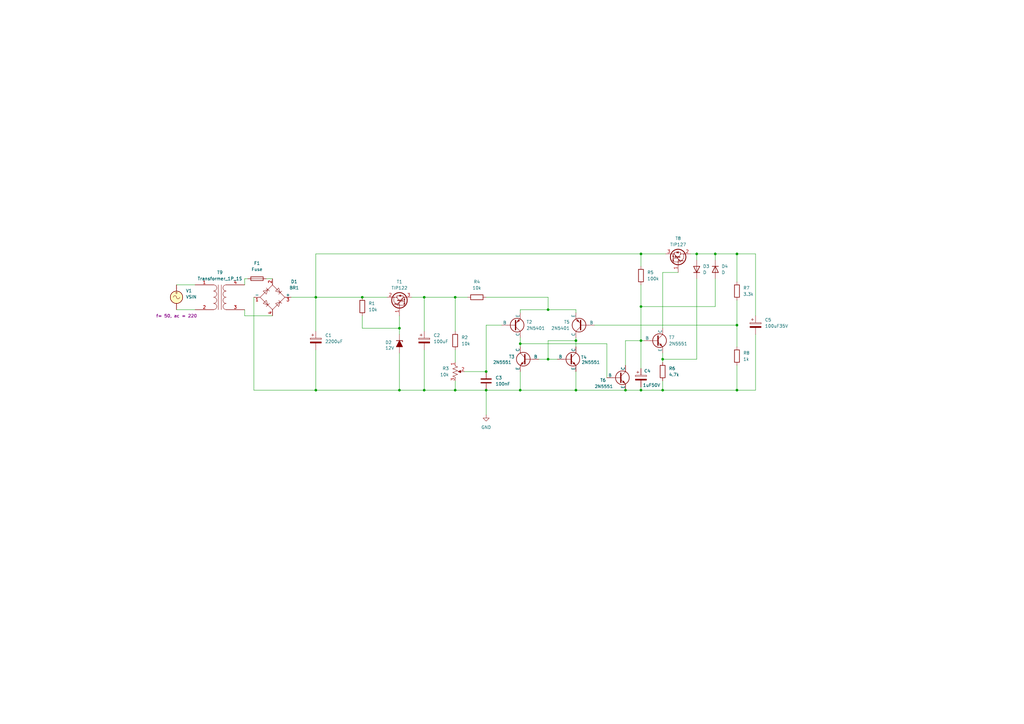
<source format=kicad_sch>
(kicad_sch (version 20231120) (generator "eeschema") (generator_version "8.0")
  (paper "A3")
  (lib_symbols
    (symbol "Device:C" (pin_numbers hide) (pin_names (offset 0.254))
      (property "Reference" "C" (at 0.635 2.54 0))
      (property "Value" "C" (at 0.635 -2.54 0))
      (symbol "C_0_1"
        (polyline (pts (xy -2.032 -0.762) (xy 2.032 -0.762)) (stroke (width 0.508)))
        (polyline (pts (xy -2.032 0.762) (xy 2.032 0.762)) (stroke (width 0.508)))
      )
      (symbol "C_1_1"
        (pin passive line (at 0 3.81 270) (length 2.794) (name "~") (number "1"))
        (pin passive line (at 0 -3.81 90) (length 2.794) (name "~") (number "2"))
      )
    )
    (symbol "Device:C_Polarized" (pin_numbers hide) (pin_names (offset 0.254))
      (property "Reference" "C" (at 0.635 2.54 0))
      (property "Value" "C_Polarized" (at 0.635 -2.54 0))
      (symbol "C_Polarized_0_1"
        (rectangle (start -2.286 0.508) (end 2.286 1.016))
        (polyline (pts (xy -1.778 2.286) (xy -0.762 2.286)))
        (polyline (pts (xy -1.27 2.794) (xy -1.27 1.778)))
        (rectangle (start 2.286 -0.508) (end -2.286 -1.016) (fill (type outline)))
      )
      (symbol "C_Polarized_1_1"
        (pin passive line (at 0 3.81 270) (length 2.794) (name "~") (number "1"))
        (pin passive line (at 0 -3.81 90) (length 2.794) (name "~") (number "2"))
      )
    )
    (symbol "Device:D" (pin_numbers hide) (pin_names (offset 1.016) hide)
      (property "Reference" "D" (at 0 2.54 0))
      (property "Value" "D" (at 0 -2.54 0))
      (symbol "D_0_1"
        (polyline (pts (xy -1.27 1.27) (xy -1.27 -1.27)) (stroke (width 0.254)))
        (polyline (pts (xy 1.27 0) (xy -1.27 0)))
        (polyline (pts (xy 1.27 1.27) (xy 1.27 -1.27) (xy -1.27 0) (xy 1.27 1.27)) (stroke (width 0.254)))
      )
      (symbol "D_1_1"
        (pin passive line (at -3.81 0 0) (length 2.54) (name "K") (number "1"))
        (pin passive line (at 3.81 0 180) (length 2.54) (name "A") (number "2"))
      )
    )
    (symbol "Device:D_Zener_Filled" (pin_numbers hide) (pin_names (offset 1.016) hide)
      (property "Reference" "D" (at 0 2.54 0))
      (property "Value" "D_Zener_Filled" (at 0 -2.54 0))
      (symbol "D_Zener_Filled_0_1"
        (polyline (pts (xy 1.27 0) (xy -1.27 0)))
        (polyline (pts (xy -1.27 -1.27) (xy -1.27 1.27) (xy -0.762 1.27)) (stroke (width 0.254)))
        (polyline (pts (xy 1.27 -1.27) (xy 1.27 1.27) (xy -1.27 0) (xy 1.27 -1.27)) (stroke (width 0.254)) (fill (type outline)))
      )
      (symbol "D_Zener_Filled_1_1"
        (pin passive line (at -3.81 0 0) (length 2.54) (name "K") (number "1"))
        (pin passive line (at 3.81 0 180) (length 2.54) (name "A") (number "2"))
      )
    )
    (symbol "Device:Fuse" (pin_numbers hide) (pin_names (offset 0))
      (property "Reference" "F" (at 2.032 0 90))
      (property "Value" "Fuse" (at -1.905 0 90))
      (symbol "Fuse_0_1"
        (rectangle (start -0.762 -2.54) (end 0.762 2.54) (stroke (width 0.254)))
        (polyline (pts (xy 0 2.54) (xy 0 -2.54)))
      )
      (symbol "Fuse_1_1"
        (pin passive line (at 0 3.81 270) (length 1.27) (name "~") (number "1"))
        (pin passive line (at 0 -3.81 90) (length 1.27) (name "~") (number "2"))
      )
    )
    (symbol "Device:R" (pin_numbers hide) (pin_names (offset 0))
      (property "Reference" "R" (at 2.032 0 90))
      (property "Value" "R" (at 0 0 90))
      (symbol "R_0_1"
        (rectangle (start -1.016 -2.54) (end 1.016 2.54) (stroke (width 0.254)))
      )
      (symbol "R_1_1"
        (pin passive line (at 0 3.81 270) (length 1.27) (name "~") (number "1"))
        (pin passive line (at 0 -3.81 90) (length 1.27) (name "~") (number "2"))
      )
    )
    (symbol "Device:R_Potentiometer_US" (pin_names (offset 1.016) hide)
      (property "Reference" "RV" (at -4.445 0 90))
      (property "Value" "R_Potentiometer_US" (at -2.54 0 90))
      (symbol "R_Potentiometer_US_0_1"
        (polyline (pts (xy 0 -2.286) (xy 0 -2.54)))
        (polyline (pts (xy 0 2.54) (xy 0 2.286)))
        (polyline (pts (xy 2.54 0) (xy 1.524 0)))
        (polyline (pts (xy 1.143 0) (xy 2.286 0.508) (xy 2.286 -0.508) (xy 1.143 0)) (fill (type outline)))
        (polyline (pts (xy 0 -0.762) (xy 1.016 -1.143) (xy 0 -1.524) (xy -1.016 -1.905) (xy 0 -2.286)))
        (polyline (pts (xy 0 0.762) (xy 1.016 0.381) (xy 0 0) (xy -1.016 -0.381) (xy 0 -0.762)))
        (polyline (pts (xy 0 2.286) (xy 1.016 1.905) (xy 0 1.524) (xy -1.016 1.143) (xy 0 0.762)))
      )
      (symbol "R_Potentiometer_US_1_1"
        (pin passive line (at 0 3.81 270) (length 1.27) (name "1") (number "1"))
        (pin passive line (at 3.81 0 180) (length 1.27) (name "2") (number "2"))
        (pin passive line (at 0 -3.81 90) (length 1.27) (name "3") (number "3"))
      )
    )
    (symbol "Device:Transformer_1P_1S" (pin_names (offset 1.016) hide)
      (property "Reference" "T" (at 0 6.35 0))
      (property "Value" "Transformer_1P_1S" (at 0 -7.62 0))
      (symbol "Transformer_1P_1S_0_1"
        (arc (start -2.54 -5.0546) (mid -1.6599 -4.6901) (end -1.27 -3.81))
        (arc (start -2.54 -2.5146) (mid -1.6599 -2.1501) (end -1.27 -1.27))
        (arc (start -2.54 0.0254) (mid -1.6599 0.3899) (end -1.27 1.27))
        (arc (start -2.54 2.5654) (mid -1.6599 2.9299) (end -1.27 3.81))
        (arc (start -1.27 -3.81) (mid -1.642 -2.912) (end -2.54 -2.54))
        (arc (start -1.27 -1.27) (mid -1.642 -0.372) (end -2.54 0))
        (arc (start -1.27 1.27) (mid -1.642 2.168) (end -2.54 2.54))
        (arc (start -1.27 3.81) (mid -1.642 4.708) (end -2.54 5.08))
        (polyline (pts (xy -0.635 5.08) (xy -0.635 -5.08)))
        (polyline (pts (xy 0.635 -5.08) (xy 0.635 5.08)))
        (arc (start 1.2954 -1.27) (mid 1.6599 -2.1501) (end 2.54 -2.5146))
        (arc (start 1.2954 1.27) (mid 1.6599 0.3899) (end 2.54 0.0254))
        (arc (start 1.2954 3.81) (mid 1.6599 2.9299) (end 2.54 2.5654))
        (arc (start 1.3208 -3.81) (mid 1.6853 -4.6901) (end 2.5654 -5.0546))
        (arc (start 2.54 0) (mid 1.642 -0.372) (end 1.2954 -1.27))
        (arc (start 2.54 2.54) (mid 1.642 2.168) (end 1.2954 1.27))
        (arc (start 2.54 5.08) (mid 1.642 4.708) (end 1.2954 3.81))
        (arc (start 2.5654 -2.54) (mid 1.6674 -2.912) (end 1.3208 -3.81))
      )
      (symbol "Transformer_1P_1S_1_1"
        (pin passive line (at -10.16 5.08 0) (length 7.62) (name "AA") (number "1"))
        (pin passive line (at -10.16 -5.08 0) (length 7.62) (name "AB") (number "2"))
        (pin passive line (at 10.16 -5.08 180) (length 7.62) (name "SA") (number "3"))
        (pin passive line (at 10.16 5.08 180) (length 7.62) (name "SB") (number "4"))
      )
    )
    (symbol "Diode_Bridge:B40C2300-1500B" (pin_names (offset 0))
      (property "Reference" "D" (at 2.54 6.985 0))
      (property "Value" "B40C2300-1500B" (at 2.54 5.08 0))
      (symbol "B40C2300-1500B_0_1"
        (polyline (pts (xy -2.54 3.81) (xy -1.27 2.54)))
        (polyline (pts (xy -1.27 -2.54) (xy -2.54 -3.81)))
        (polyline (pts (xy 2.54 -1.27) (xy 3.81 -2.54)))
        (polyline (pts (xy 2.54 1.27) (xy 3.81 2.54)))
        (polyline (pts (xy -3.81 2.54) (xy -2.54 1.27) (xy -1.905 3.175) (xy -3.81 2.54)))
        (polyline (pts (xy -2.54 -1.27) (xy -3.81 -2.54) (xy -1.905 -3.175) (xy -2.54 -1.27)))
        (polyline (pts (xy 1.27 2.54) (xy 2.54 3.81) (xy 3.175 1.905) (xy 1.27 2.54)))
        (polyline (pts (xy 3.175 -1.905) (xy 1.27 -2.54) (xy 2.54 -3.81) (xy 3.175 -1.905)))
        (polyline (pts (xy -5.08 0) (xy 0 -5.08) (xy 5.08 0) (xy 0 5.08) (xy -5.08 0)))
      )
      (symbol "B40C2300-1500B_1_1"
        (pin passive line (at -7.62 0 0) (length 2.54) (name "-") (number "1"))
        (pin passive line (at 0 7.62 270) (length 2.54) (name "~") (number "2"))
        (pin passive line (at 7.62 0 180) (length 2.54) (name "+") (number "3"))
        (pin passive line (at 0 -7.62 90) (length 2.54) (name "~") (number "4"))
      )
    )
    (symbol "Simulation_SPICE:NPN" (pin_numbers hide) (pin_names (offset 0))
      (property "Reference" "Q" (at -2.54 7.62 0))
      (property "Value" "NPN" (at -2.54 5.08 0))
      (symbol "NPN_0_1"
        (polyline (pts (xy -2.54 0) (xy 0.635 0)) (stroke (width 0.1524)))
        (polyline (pts (xy 0.635 0.635) (xy 2.54 2.54)))
        (polyline (pts (xy 2.794 -1.27) (xy 2.794 -1.27)) (stroke (width 0.1524)))
        (polyline (pts (xy 2.794 -1.27) (xy 2.794 -1.27)) (stroke (width 0.1524)))
        (polyline (pts (xy 0.635 -0.635) (xy 2.54 -2.54) (xy 2.54 -2.54)))
        (polyline (pts (xy 0.635 1.905) (xy 0.635 -1.905) (xy 0.635 -1.905)) (stroke (width 0.508)))
        (polyline (pts (xy 1.27 -1.778) (xy 1.778 -1.27) (xy 2.286 -2.286) (xy 1.27 -1.778) (xy 1.27 -1.778)) (fill (type outline)))
        (circle (center 1.27 0) (radius 2.8194) (stroke (width 0.254)))
      )
      (symbol "NPN_1_1"
        (pin open_collector line (at 2.54 5.08 270) (length 2.54) (name "C") (number "1"))
        (pin input line (at -5.08 0 0) (length 2.54) (name "B") (number "2"))
        (pin open_emitter line (at 2.54 -5.08 90) (length 2.54) (name "E") (number "3"))
      )
    )
    (symbol "Simulation_SPICE:PNP" (pin_numbers hide) (pin_names (offset 0))
      (property "Reference" "Q" (at -2.54 7.62 0))
      (property "Value" "PNP" (at -2.54 5.08 0))
      (symbol "PNP_0_1"
        (polyline (pts (xy -2.54 0) (xy 0.635 0)) (stroke (width 0.1524)))
        (polyline (pts (xy 0.635 0.635) (xy 2.54 2.54)))
        (polyline (pts (xy 0.635 -0.635) (xy 2.54 -2.54) (xy 2.54 -2.54)))
        (polyline (pts (xy 0.635 1.905) (xy 0.635 -1.905) (xy 0.635 -1.905)) (stroke (width 0.508)))
        (polyline (pts (xy 2.286 -1.778) (xy 1.778 -2.286) (xy 1.27 -1.27) (xy 2.286 -1.778) (xy 2.286 -1.778)) (fill (type outline)))
        (circle (center 1.27 0) (radius 2.8194) (stroke (width 0.254)))
      )
      (symbol "PNP_1_1"
        (pin open_collector line (at 2.54 5.08 270) (length 2.54) (name "C") (number "1"))
        (pin input line (at -5.08 0 0) (length 2.54) (name "B") (number "2"))
        (pin open_emitter line (at 2.54 -5.08 90) (length 2.54) (name "E") (number "3"))
      )
    )
    (symbol "Simulation_SPICE:VSIN" (pin_numbers hide) (pin_names (offset 0.0254))
      (property "Reference" "V" (at 2.54 2.54 0))
      (property "Value" "VSIN" (at 2.54 0 0))
      (property "Sim.Params" "dc=0 ampl=1 f=1k ac=1" (at 2.54 -2.54 0))
      (symbol "VSIN_0_0"
        (arc (start 0 0) (mid -0.635 0.6323) (end -1.27 0))
        (arc (start 0 0) (mid 0.635 -0.6323) (end 1.27 0))
        (text "+" (at 0 1.905 0) (effects (font (size 1.27 1.27))))
      )
      (symbol "VSIN_0_1"
        (circle (center 0 0) (radius 2.54) (stroke (width 0.254)) (fill (type background)))
      )
      (symbol "VSIN_1_1"
        (pin passive line (at 0 5.08 270) (length 2.54) (name "~") (number "1"))
        (pin passive line (at 0 -5.08 90) (length 2.54) (name "~") (number "2"))
      )
    )
    (symbol "Transistor_BJT:TIP122" (pin_names (offset 0) hide)
      (property "Reference" "Q" (at 5.08 1.905 0))
      (property "Value" "TIP122" (at 5.08 0 0))
      (symbol "TIP122_0_1"
        (circle (center -0.762 0) (radius 0.127))
        (polyline (pts (xy -1.27 0) (xy -0.889 0)))
        (polyline (pts (xy 2.54 -2.032) (xy 2.54 -2.54)))
        (polyline (pts (xy 2.54 -1.524) (xy 3.175 -1.524)))
        (polyline (pts (xy 2.794 0.127) (xy 3.556 0.127)))
        (polyline (pts (xy 3.175 -0.635) (xy 3.175 -1.524)))
        (polyline (pts (xy 3.175 1.016) (xy 2.54 1.016)))
        (polyline (pts (xy 3.175 1.016) (xy 3.175 0.127)))
        (polyline (pts (xy -0.254 0.762) (xy 0.762 -0.254) (xy 1.27 -0.254)))
        (polyline (pts (xy -0.254 1.016) (xy -0.762 1.016) (xy -0.762 -2.032)))
        (polyline (pts (xy -0.254 1.27) (xy 0.762 2.286) (xy 2.54 2.286)))
        (polyline (pts (xy -0.254 2.032) (xy -0.254 0) (xy -0.254 0)) (stroke (width 0.3048)))
        (polyline (pts (xy 1.27 0.762) (xy 1.27 -1.27) (xy 1.27 -1.27)) (stroke (width 0.381)))
        (polyline (pts (xy 0.635 -0.127) (xy 0.381 0.381) (xy 0.127 0.127) (xy 0.635 -0.127)))
        (polyline (pts (xy 1.27 -0.508) (xy 2.286 -1.524) (xy 2.54 -1.524) (xy 2.54 -2.032)))
        (polyline (pts (xy 1.27 0) (xy 2.286 1.016) (xy 2.54 1.016) (xy 2.54 2.286)))
        (polyline (pts (xy 2.159 -1.397) (xy 1.905 -0.889) (xy 1.651 -1.143) (xy 2.159 -1.397)))
        (polyline (pts (xy 3.175 0.127) (xy 2.794 -0.635) (xy 3.556 -0.635) (xy 3.175 0.127)) (fill (type outline)))
        (polyline (pts (xy 0.762 -2.032) (xy 0.381 -2.032) (xy 0.254 -2.286) (xy 0.127 -1.778) (xy 0 -2.286) (xy -0.127 -1.778) (xy -0.254 -2.286) (xy -0.381 -1.778) (xy -0.508 -2.032) (xy -0.762 -2.032)))
        (polyline (pts (xy 0.762 -0.254) (xy 0.762 -2.032) (xy 1.143 -2.032) (xy 1.27 -1.778) (xy 1.397 -2.286) (xy 1.524 -1.778) (xy 1.651 -2.286) (xy 1.778 -1.778) (xy 1.905 -2.286) (xy 2.032 -2.032) (xy 2.54 -2.032)))
        (circle (center 0.762 -2.032) (radius 0.127))
        (circle (center 0.762 -0.254) (radius 0.127))
        (circle (center 1.27 0) (radius 3.175) (stroke (width 0.3556)))
        (circle (center 2.54 -2.032) (radius 0.127))
        (circle (center 2.54 -1.524) (radius 0.127))
        (circle (center 2.54 1.016) (radius 0.127))
        (circle (center 2.54 2.286) (radius 0.127))
      )
      (symbol "TIP122_1_1"
        (pin input line (at -5.08 0 0) (length 3.81) (name "B") (number "1"))
        (pin passive line (at 2.54 5.08 270) (length 2.667) (name "C") (number "2"))
        (pin passive line (at 2.54 -5.08 90) (length 2.54) (name "E") (number "3"))
      )
    )
    (symbol "Transistor_BJT:TIP127" (pin_names (offset 0) hide)
      (property "Reference" "Q" (at 5.08 1.905 0))
      (property "Value" "TIP127" (at 5.08 0 0))
      (symbol "TIP127_0_1"
        (circle (center -0.762 0) (radius 0.127))
        (polyline (pts (xy -1.27 0) (xy -0.889 0)))
        (polyline (pts (xy 2.54 -2.032) (xy 2.54 -2.54)))
        (polyline (pts (xy 2.54 -1.524) (xy 3.175 -1.524)))
        (polyline (pts (xy 2.794 -0.635) (xy 3.556 -0.635)))
        (polyline (pts (xy 3.175 -1.524) (xy 3.175 -0.635)))
        (polyline (pts (xy 3.175 0.127) (xy 3.175 1.016)))
        (polyline (pts (xy 3.175 1.016) (xy 2.54 1.016)))
        (polyline (pts (xy -0.254 0.762) (xy 0.762 -0.254) (xy 1.27 -0.254)))
        (polyline (pts (xy -0.254 1.016) (xy -0.762 1.016) (xy -0.762 -2.032)))
        (polyline (pts (xy -0.254 1.27) (xy 0.762 2.286) (xy 2.54 2.286)))
        (polyline (pts (xy -0.254 2.032) (xy -0.254 0) (xy -0.254 0)) (stroke (width 0.3048)))
        (polyline (pts (xy 1.27 0.762) (xy 1.27 -1.27) (xy 1.27 -1.27)) (stroke (width 0.381)))
        (polyline (pts (xy 0 0.508) (xy 0.254 0) (xy 0.508 0.254) (xy 0 0.508)))
        (polyline (pts (xy 1.27 -0.508) (xy 2.286 -1.524) (xy 2.54 -1.524) (xy 2.54 -2.032)))
        (polyline (pts (xy 1.27 0) (xy 2.286 1.016) (xy 2.54 1.016) (xy 2.54 2.286)))
        (polyline (pts (xy 1.524 -0.762) (xy 1.778 -1.27) (xy 2.032 -1.016) (xy 1.524 -0.762)))
        (polyline (pts (xy 3.175 -0.635) (xy 2.794 0.127) (xy 3.556 0.127) (xy 3.175 -0.635)) (fill (type outline)))
        (polyline (pts (xy 0.762 -2.032) (xy 0.381 -2.032) (xy 0.254 -2.286) (xy 0.127 -1.778) (xy 0 -2.286) (xy -0.127 -1.778) (xy -0.254 -2.286) (xy -0.381 -1.778) (xy -0.508 -2.032) (xy -0.762 -2.032)))
        (polyline (pts (xy 0.762 -0.254) (xy 0.762 -2.032) (xy 1.143 -2.032) (xy 1.27 -1.778) (xy 1.397 -2.286) (xy 1.524 -1.778) (xy 1.651 -2.286) (xy 1.778 -1.778) (xy 1.905 -2.286) (xy 2.032 -2.032) (xy 2.54 -2.032)))
        (circle (center 0.762 -2.032) (radius 0.127))
        (circle (center 0.762 -0.254) (radius 0.127))
        (circle (center 1.27 0) (radius 3.175) (stroke (width 0.3556)))
        (circle (center 2.54 -2.032) (radius 0.127))
        (circle (center 2.54 -1.524) (radius 0.127))
        (circle (center 2.54 1.016) (radius 0.127))
        (circle (center 2.54 2.286) (radius 0.127))
      )
      (symbol "TIP127_1_1"
        (pin input line (at -5.08 0 0) (length 3.81) (name "B") (number "1"))
        (pin passive line (at 2.54 5.08 270) (length 2.667) (name "C") (number "2"))
        (pin passive line (at 2.54 -5.08 90) (length 2.54) (name "E") (number "3"))
      )
    )
    (symbol "power:GND" (power) (pin_numbers hide) (pin_names (offset 0) hide)
      (property "Value" "GND" (at 0 -3.81 0))
      (symbol "GND_0_1"
        (polyline (pts (xy 0 0) (xy 0 -1.27) (xy 1.27 -1.27) (xy 0 -2.54) (xy -1.27 -1.27) (xy 0 -1.27)))
      )
      (symbol "GND_1_1"
        (pin power_in line (at 0 0 270) (length 0) (name "~") (number "1"))
      )
    )
  )
  (junction (at 173.99 121.92))
  (junction (at 148.59 121.92))
  (junction (at 199.39 160.02))
  (junction (at 236.22 160.02))
  (junction (at 262.89 125.73))
  (junction (at 163.83 160.02))
  (junction (at 163.83 134.62))
  (junction (at 186.69 160.02))
  (junction (at 213.36 140.97))
  (junction (at 271.78 147.32))
  (junction (at 224.79 147.32))
  (junction (at 186.69 121.92))
  (junction (at 262.89 139.7))
  (junction (at 271.78 160.02))
  (junction (at 302.26 104.14))
  (junction (at 129.54 160.02))
  (junction (at 256.54 160.02))
  (junction (at 302.26 133.35))
  (junction (at 262.89 160.02))
  (junction (at 199.39 152.4))
  (junction (at 173.99 160.02))
  (junction (at 302.26 160.02))
  (junction (at 293.37 104.14))
  (junction (at 213.36 160.02))
  (junction (at 129.54 121.92))
  (junction (at 236.22 139.7))
  (junction (at 285.75 104.14))
  (junction (at 224.79 127))
  (junction (at 262.89 104.14))
  (wire (pts (xy 224.79 121.92) (xy 199.39 121.92)))
  (wire (pts (xy 129.54 143.51) (xy 129.54 160.02)))
  (wire (pts (xy 271.78 147.32) (xy 271.78 144.78)))
  (wire (pts (xy 100.33 129.54) (xy 111.76 129.54)))
  (wire (pts (xy 302.26 149.86) (xy 302.26 160.02)))
  (wire (pts (xy 148.59 134.62) (xy 163.83 134.62)))
  (wire (pts (xy 243.84 133.35) (xy 302.26 133.35)))
  (wire (pts (xy 256.54 149.86) (xy 256.54 139.7)))
  (wire (pts (xy 190.5 152.4) (xy 199.39 152.4)))
  (wire (pts (xy 163.83 134.62) (xy 163.83 137.16)))
  (wire (pts (xy 302.26 104.14) (xy 293.37 104.14)))
  (wire (pts (xy 129.54 104.14) (xy 129.54 121.92)))
  (wire (pts (xy 262.89 104.14) (xy 273.05 104.14)))
  (wire (pts (xy 119.38 121.92) (xy 129.54 121.92)))
  (wire (pts (xy 293.37 104.14) (xy 293.37 106.68)))
  (wire (pts (xy 224.79 147.32) (xy 224.79 139.7)))
  (wire (pts (xy 213.36 140.97) (xy 213.36 142.24)))
  (wire (pts (xy 262.89 109.22) (xy 262.89 104.14)))
  (wire (pts (xy 302.26 123.19) (xy 302.26 133.35)))
  (wire (pts (xy 220.98 147.32) (xy 224.79 147.32)))
  (wire (pts (xy 309.88 104.14) (xy 309.88 129.54)))
  (wire (pts (xy 213.36 160.02) (xy 199.39 160.02)))
  (wire (pts (xy 186.69 160.02) (xy 199.39 160.02)))
  (wire (pts (xy 163.83 134.62) (xy 163.83 129.54)))
  (wire (pts (xy 173.99 121.92) (xy 173.99 135.89)))
  (wire (pts (xy 271.78 156.21) (xy 271.78 160.02)))
  (wire (pts (xy 205.74 133.35) (xy 199.39 133.35)))
  (wire (pts (xy 236.22 139.7) (xy 236.22 142.24)))
  (wire (pts (xy 262.89 116.84) (xy 262.89 125.73)))
  (wire (pts (xy 199.39 133.35) (xy 199.39 152.4)))
  (wire (pts (xy 309.88 160.02) (xy 302.26 160.02)))
  (wire (pts (xy 236.22 138.43) (xy 236.22 139.7)))
  (wire (pts (xy 186.69 143.51) (xy 186.69 148.59)))
  (wire (pts (xy 293.37 104.14) (xy 285.75 104.14)))
  (wire (pts (xy 248.92 140.97) (xy 213.36 140.97)))
  (wire (pts (xy 186.69 160.02) (xy 173.99 160.02)))
  (wire (pts (xy 309.88 137.16) (xy 309.88 160.02)))
  (wire (pts (xy 293.37 125.73) (xy 262.89 125.73)))
  (wire (pts (xy 109.22 114.3) (xy 111.76 114.3)))
  (wire (pts (xy 100.33 127) (xy 100.33 129.54)))
  (wire (pts (xy 271.78 111.76) (xy 278.13 111.76)))
  (wire (pts (xy 213.36 127) (xy 224.79 127)))
  (wire (pts (xy 262.89 151.13) (xy 262.89 139.7)))
  (wire (pts (xy 236.22 160.02) (xy 256.54 160.02)))
  (wire (pts (xy 262.89 125.73) (xy 262.89 139.7)))
  (wire (pts (xy 199.39 160.02) (xy 199.39 170.18)))
  (wire (pts (xy 236.22 127) (xy 236.22 128.27)))
  (wire (pts (xy 293.37 114.3) (xy 293.37 125.73)))
  (wire (pts (xy 224.79 147.32) (xy 228.6 147.32)))
  (wire (pts (xy 100.33 114.3) (xy 101.6 114.3)))
  (wire (pts (xy 213.36 152.4) (xy 213.36 160.02)))
  (wire (pts (xy 224.79 127) (xy 224.79 121.92)))
  (wire (pts (xy 72.39 127) (xy 80.01 127)))
  (wire (pts (xy 104.14 160.02) (xy 129.54 160.02)))
  (wire (pts (xy 173.99 160.02) (xy 163.83 160.02)))
  (wire (pts (xy 173.99 143.51) (xy 173.99 160.02)))
  (wire (pts (xy 236.22 152.4) (xy 236.22 160.02)))
  (wire (pts (xy 168.91 121.92) (xy 173.99 121.92)))
  (wire (pts (xy 148.59 129.54) (xy 148.59 134.62)))
  (wire (pts (xy 262.89 158.75) (xy 262.89 160.02)))
  (wire (pts (xy 224.79 127) (xy 236.22 127)))
  (wire (pts (xy 186.69 121.92) (xy 173.99 121.92)))
  (wire (pts (xy 129.54 121.92) (xy 148.59 121.92)))
  (wire (pts (xy 302.26 133.35) (xy 302.26 142.24)))
  (wire (pts (xy 100.33 116.84) (xy 100.33 114.3)))
  (wire (pts (xy 186.69 135.89) (xy 186.69 121.92)))
  (wire (pts (xy 248.92 140.97) (xy 248.92 154.94)))
  (wire (pts (xy 213.36 138.43) (xy 213.36 140.97)))
  (wire (pts (xy 213.36 128.27) (xy 213.36 127)))
  (wire (pts (xy 271.78 134.62) (xy 271.78 111.76)))
  (wire (pts (xy 129.54 135.89) (xy 129.54 121.92)))
  (wire (pts (xy 283.21 104.14) (xy 285.75 104.14)))
  (wire (pts (xy 186.69 121.92) (xy 191.77 121.92)))
  (wire (pts (xy 262.89 160.02) (xy 256.54 160.02)))
  (wire (pts (xy 285.75 147.32) (xy 271.78 147.32)))
  (wire (pts (xy 256.54 139.7) (xy 262.89 139.7)))
  (wire (pts (xy 271.78 160.02) (xy 302.26 160.02)))
  (wire (pts (xy 309.88 104.14) (xy 302.26 104.14)))
  (wire (pts (xy 148.59 121.92) (xy 158.75 121.92)))
  (wire (pts (xy 129.54 160.02) (xy 163.83 160.02)))
  (wire (pts (xy 163.83 160.02) (xy 163.83 144.78)))
  (wire (pts (xy 224.79 139.7) (xy 236.22 139.7)))
  (wire (pts (xy 236.22 160.02) (xy 213.36 160.02)))
  (wire (pts (xy 186.69 156.21) (xy 186.69 160.02)))
  (wire (pts (xy 104.14 121.92) (xy 104.14 160.02)))
  (wire (pts (xy 285.75 104.14) (xy 285.75 106.68)))
  (wire (pts (xy 72.39 116.84) (xy 80.01 116.84)))
  (wire (pts (xy 271.78 147.32) (xy 271.78 148.59)))
  (wire (pts (xy 285.75 114.3) (xy 285.75 147.32)))
  (wire (pts (xy 262.89 139.7) (xy 264.16 139.7)))
  (wire (pts (xy 262.89 160.02) (xy 271.78 160.02)))
  (wire (pts (xy 302.26 104.14) (xy 302.26 115.57)))
  (wire (pts (xy 129.54 104.14) (xy 262.89 104.14)))
  (symbol (lib_id "Simulation_SPICE:NPN") (at 233.68 147.32 0) (unit 1)
    (property "Reference" "T4" (at 238.252 146.558 0) (effects (justify left)))
    (property "Value" "2N5551" (at 238.506 148.59 0) (effects (justify left)))
    (property "Footprint" "Package_TO_SOT_THT:TO-92_Inline" (effects (hide yes)))
    (property "Datasheet" "https://ngspice.sourceforge.io/docs/ngspice-html-manual/manual.xhtml#cha_BJTs" (effects (hide yes)))
    (property "Description" "Bipolar transistor symbol for simulation only, substrate tied to the emitter" (effects (hide yes)))
    (property "Sim.Device" "NPN" (effects (hide yes)))
    (property "Sim.Type" "GUMMELPOON" (effects (hide yes)))
    (property "Sim.Pins" "1=C 2=B 3=E" (effects (hide yes)))
  )
  (symbol (lib_id "Transistor_BJT:TIP122") (at 163.83 124.46 90) (unit 1)
    (property "Reference" "T1" (at 163.83 115.57 90))
    (property "Value" "TIP122" (at 163.83 118.11 90))
    (property "Footprint" "Package_TO_SOT_THT:TO-220-3_Vertical" (effects (hide yes)))
    (property "Datasheet" "https://www.onsemi.com/pub/Collateral/TIP120-D.PDF" (effects (hide yes)))
    (property "Description" "5A Ic, 100V Vce, Silicon Darlington Power NPN Transistor, TO-220" (effects (hide yes)))
  )
  (symbol (lib_id "Transistor_BJT:TIP127") (at 278.13 106.68 270) (mirror x) (unit 1)
    (property "Reference" "T8" (at 278.13 97.79 90))
    (property "Value" "TIP127" (at 278.13 100.33 90))
    (property "Footprint" "Package_TO_SOT_THT:TO-220-3_Vertical" (effects (hide yes)))
    (property "Datasheet" "https://www.onsemi.com/pub/Collateral/TIP120-D.PDF" (effects (hide yes)))
    (property "Description" "5A Ic, 100V Vce, Silicon Darlington Power PNP Transistor, TO-220" (effects (hide yes)))
  )
  (symbol (lib_id "Device:R") (at 195.58 121.92 90) (unit 1)
    (property "Reference" "R4" (at 195.58 115.57 90))
    (property "Value" "10k" (at 195.58 118.11 90))
    (property "Footprint" "Resistor_THT:R_Axial_DIN0204_L3.6mm_D1.6mm_P7.62mm_Horizontal" (effects (hide yes)))
    (property "Description" "Resistor" (effects (hide yes)))
  )
  (symbol (lib_id "Simulation_SPICE:PNP") (at 210.82 133.35 0) (mirror x) (unit 1)
    (property "Reference" "T2" (at 215.9 132.0799 0) (effects (justify left)))
    (property "Value" "2N5401" (at 215.9 134.6199 0) (effects (justify left)))
    (property "Footprint" "Package_TO_SOT_THT:TO-92_Inline" (effects (hide yes)))
    (property "Datasheet" "https://ngspice.sourceforge.io/docs/ngspice-html-manual/manual.xhtml#cha_BJTs" (effects (hide yes)))
    (property "Description" "Bipolar transistor symbol for simulation only, substrate tied to the emitter" (effects (hide yes)))
    (property "Sim.Device" "PNP" (effects (hide yes)))
    (property "Sim.Type" "GUMMELPOON" (effects (hide yes)))
    (property "Sim.Pins" "1=C 2=B 3=E" (effects (hide yes)))
  )
  (symbol (lib_id "Device:D_Zener_Filled") (at 163.83 140.97 270) (unit 1)
    (property "Reference" "D2" (at 157.988 140.462 90) (effects (justify left)))
    (property "Value" "12V" (at 157.988 142.748 90) (effects (justify left)))
    (property "Footprint" "Diode_THT:D_DO-34_SOD68_P7.62mm_Horizontal" (effects (hide yes)))
    (property "Description" "Zener diode, filled shape" (effects (hide yes)))
  )
  (symbol (lib_id "Simulation_SPICE:VSIN") (at 72.39 121.92 0) (unit 1)
    (property "Reference" "V1" (at 76.2 119.2501 0) (effects (justify left)))
    (property "Value" "VSIN" (at 76.2 121.7901 0) (effects (justify left)))
    (property "Footprint" "Transformer:VSIN" (effects (hide yes)))
    (property "Datasheet" "https://ngspice.sourceforge.io/docs/ngspice-html-manual/manual.xhtml#sec_Independent_Sources_for" (effects (hide yes)))
    (property "Description" "Voltage source, sinusoidal" (effects (hide yes)))
    (property "Sim.Pins" "1=+ 2=-" (effects (hide yes)))
    (property "Sim.Params" "f= 50, ac = 220" (at 64.008 129.54 0) (effects (justify left)))
    (property "Sim.Type" "SIN" (effects (hide yes)))
    (property "Sim.Device" "V" (effects (hide yes)))
  )
  (symbol (lib_id "Device:D") (at 293.37 110.49 270) (unit 1)
    (property "Reference" "D4" (at 295.91 109.2199 90) (effects (justify left)))
    (property "Value" "D" (at 295.91 111.7599 90) (effects (justify left)))
    (property "Footprint" "Diode_THT:D_DO-34_SOD68_P7.62mm_Horizontal" (effects (hide yes)))
    (property "Description" "Diode" (effects (hide yes)))
    (property "Sim.Device" "D" (effects (hide yes)))
    (property "Sim.Pins" "1=K 2=A" (effects (hide yes)))
  )
  (symbol (lib_id "Diode_Bridge:B40C2300-1500B") (at 111.76 121.92 0) (unit 1)
    (property "Reference" "D1" (at 120.65 115.4998 0))
    (property "Value" "BR1" (at 120.65 118.0398 0))
    (property "Footprint" "Diode_THT:Diode_Bridge_Vishay_KBL" (effects (hide yes)))
    (property "Datasheet" "https://diotec.com/tl_files/diotec/files/pdf/datasheets/b40c2300.pdf" (effects (hide yes)))
    (property "Description" "Silicon Bridge Rectifier, 40V Vrms, 1.5A If, pins=-A+A, SIL-package" (effects (hide yes)))
  )
  (symbol (lib_id "Device:R") (at 186.69 139.7 0) (unit 1)
    (property "Reference" "R2" (at 189.23 138.4299 0) (effects (justify left)))
    (property "Value" "10k" (at 189.23 140.9699 0) (effects (justify left)))
    (property "Footprint" "Resistor_THT:R_Axial_DIN0204_L3.6mm_D1.6mm_P7.62mm_Horizontal" (effects (hide yes)))
    (property "Description" "Resistor" (effects (hide yes)))
  )
  (symbol (lib_id "Device:R_Potentiometer_US") (at 186.69 152.4 0) (unit 1)
    (property "Reference" "R3" (at 184.15 151.1299 0) (effects (justify right)))
    (property "Value" "10k" (at 184.15 153.6699 0) (effects (justify right)))
    (property "Footprint" "Potentiometer_THT:Potentiometer_Alpha_RD901F-40-00D_Single_Vertical_CircularHoles" (effects (hide yes)))
    (property "Description" "Potentiometer, US symbol" (effects (hide yes)))
  )
  (symbol (lib_id "power:GND") (at 199.39 170.18 0) (unit 1)
    (property "Reference" "#PWR03" (effects (hide yes)))
    (property "Value" "GND" (at 199.39 175.26 0))
    (property "Description" "Power symbol creates a global label with name \"GND\" , ground" (effects (hide yes)))
  )
  (symbol (lib_id "Device:R") (at 302.26 119.38 0) (unit 1)
    (property "Reference" "R7" (at 304.8 118.1099 0) (effects (justify left)))
    (property "Value" "3.3k" (at 304.8 120.6499 0) (effects (justify left)))
    (property "Footprint" "Resistor_THT:R_Axial_DIN0204_L3.6mm_D1.6mm_P7.62mm_Horizontal" (effects (hide yes)))
    (property "Description" "Resistor" (effects (hide yes)))
  )
  (symbol (lib_id "Simulation_SPICE:NPN") (at 254 154.94 0) (unit 1)
    (property "Reference" "T6" (at 246.126 155.956 0) (effects (justify left)))
    (property "Value" "2N5551" (at 243.84 158.496 0) (effects (justify left)))
    (property "Footprint" "Package_TO_SOT_THT:TO-92_Inline" (effects (hide yes)))
    (property "Datasheet" "https://ngspice.sourceforge.io/docs/ngspice-html-manual/manual.xhtml#cha_BJTs" (effects (hide yes)))
    (property "Description" "Bipolar transistor symbol for simulation only, substrate tied to the emitter" (effects (hide yes)))
    (property "Sim.Device" "NPN" (effects (hide yes)))
    (property "Sim.Type" "GUMMELPOON" (effects (hide yes)))
    (property "Sim.Pins" "1=C 2=B 3=E" (effects (hide yes)))
  )
  (symbol (lib_id "Device:C_Polarized") (at 309.88 133.35 0) (unit 1)
    (property "Reference" "C5" (at 313.69 131.1909 0) (effects (justify left)))
    (property "Value" "100uF35V" (at 313.69 133.7309 0) (effects (justify left)))
    (property "Footprint" "Capacitor_THT:C_Radial_D10.0mm_H16.0mm_P5.00mm" (effects (hide yes)))
    (property "Description" "Polarized capacitor" (effects (hide yes)))
  )
  (symbol (lib_id "Simulation_SPICE:NPN") (at 269.24 139.7 0) (unit 1)
    (property "Reference" "T7" (at 274.32 138.4299 0) (effects (justify left)))
    (property "Value" "2N5551" (at 274.32 140.9699 0) (effects (justify left)))
    (property "Footprint" "Package_TO_SOT_THT:TO-92_Inline" (effects (hide yes)))
    (property "Datasheet" "https://ngspice.sourceforge.io/docs/ngspice-html-manual/manual.xhtml#cha_BJTs" (effects (hide yes)))
    (property "Description" "Bipolar transistor symbol for simulation only, substrate tied to the emitter" (effects (hide yes)))
    (property "Sim.Device" "NPN" (effects (hide yes)))
    (property "Sim.Type" "GUMMELPOON" (effects (hide yes)))
    (property "Sim.Pins" "1=C 2=B 3=E" (effects (hide yes)))
  )
  (symbol (lib_id "Simulation_SPICE:NPN") (at 215.9 147.32 0) (mirror y) (unit 1)
    (property "Reference" "T3" (at 211.074 146.304 0) (effects (justify left)))
    (property "Value" "2N5551" (at 209.804 148.59 0) (effects (justify left)))
    (property "Footprint" "Package_TO_SOT_THT:TO-92_Inline" (effects (hide yes)))
    (property "Datasheet" "https://ngspice.sourceforge.io/docs/ngspice-html-manual/manual.xhtml#cha_BJTs" (effects (hide yes)))
    (property "Description" "Bipolar transistor symbol for simulation only, substrate tied to the emitter" (effects (hide yes)))
    (property "Sim.Device" "NPN" (effects (hide yes)))
    (property "Sim.Type" "GUMMELPOON" (effects (hide yes)))
    (property "Sim.Pins" "1=C 2=B 3=E" (effects (hide yes)))
  )
  (symbol (lib_id "Device:D") (at 285.75 110.49 90) (unit 1)
    (property "Reference" "D3" (at 288.29 109.2199 90) (effects (justify right)))
    (property "Value" "D" (at 288.29 111.7599 90) (effects (justify right)))
    (property "Footprint" "Diode_THT:D_DO-34_SOD68_P7.62mm_Horizontal" (effects (hide yes)))
    (property "Description" "Diode" (effects (hide yes)))
    (property "Sim.Device" "D" (effects (hide yes)))
    (property "Sim.Pins" "1=K 2=A" (effects (hide yes)))
  )
  (symbol (lib_id "Device:C") (at 199.39 156.21 0) (unit 1)
    (property "Reference" "C3" (at 203.2 154.9399 0) (effects (justify left)))
    (property "Value" "100nF" (at 203.2 157.4799 0) (effects (justify left)))
    (property "Footprint" "Capacitor_THT:C_Disc_D5.0mm_W2.5mm_P2.50mm" (effects (hide yes)))
    (property "Description" "Unpolarized capacitor" (effects (hide yes)))
  )
  (symbol (lib_id "Device:R") (at 262.89 113.03 0) (unit 1)
    (property "Reference" "R5" (at 265.43 111.7599 0) (effects (justify left)))
    (property "Value" "100k" (at 265.43 114.2999 0) (effects (justify left)))
    (property "Footprint" "Resistor_THT:R_Axial_DIN0204_L3.6mm_D1.6mm_P7.62mm_Horizontal" (effects (hide yes)))
    (property "Description" "Resistor" (effects (hide yes)))
  )
  (symbol (lib_id "Simulation_SPICE:PNP") (at 238.76 133.35 180) (unit 1)
    (property "Reference" "T5" (at 233.68 132.0799 0) (effects (justify left)))
    (property "Value" "2N5401" (at 233.68 134.6199 0) (effects (justify left)))
    (property "Footprint" "Package_TO_SOT_THT:TO-92_Inline" (effects (hide yes)))
    (property "Datasheet" "https://ngspice.sourceforge.io/docs/ngspice-html-manual/manual.xhtml#cha_BJTs" (effects (hide yes)))
    (property "Description" "Bipolar transistor symbol for simulation only, substrate tied to the emitter" (effects (hide yes)))
    (property "Sim.Device" "PNP" (effects (hide yes)))
    (property "Sim.Type" "GUMMELPOON" (effects (hide yes)))
    (property "Sim.Pins" "1=C 2=B 3=E" (effects (hide yes)))
  )
  (symbol (lib_id "Device:C_Polarized") (at 173.99 139.7 0) (unit 1)
    (property "Reference" "C2" (at 177.8 137.5409 0) (effects (justify left)))
    (property "Value" "100uF" (at 177.8 140.0809 0) (effects (justify left)))
    (property "Footprint" "Capacitor_THT:C_Radial_D10.0mm_H16.0mm_P5.00mm" (effects (hide yes)))
    (property "Description" "Polarized capacitor" (effects (hide yes)))
  )
  (symbol (lib_id "Device:C_Polarized") (at 129.54 139.7 0) (unit 1)
    (property "Reference" "C1" (at 133.35 137.5409 0) (effects (justify left)))
    (property "Value" "2200uF" (at 133.35 140.0809 0) (effects (justify left)))
    (property "Footprint" "Capacitor_THT:C_Radial_D10.0mm_H16.0mm_P5.00mm" (effects (hide yes)))
    (property "Description" "Polarized capacitor" (effects (hide yes)))
  )
  (symbol (lib_id "Device:Transformer_1P_1S") (at 90.17 121.92 0) (unit 1)
    (property "Reference" "T9" (at 90.1827 111.76 0))
    (property "Value" "Transformer_1P_1S" (at 90.1827 114.3 0))
    (property "Footprint" "Transformer:220V-24V" (effects (hide yes)))
    (property "Description" "Transformer, single primary, single secondary" (effects (hide yes)))
  )
  (symbol (lib_id "Device:R") (at 148.59 125.73 0) (unit 1)
    (property "Reference" "R1" (at 151.13 124.4599 0) (effects (justify left)))
    (property "Value" "10k" (at 151.13 126.9999 0) (effects (justify left)))
    (property "Footprint" "Resistor_THT:R_Axial_DIN0204_L3.6mm_D1.6mm_P7.62mm_Horizontal" (effects (hide yes)))
    (property "Description" "Resistor" (effects (hide yes)))
  )
  (symbol (lib_id "Device:R") (at 271.78 152.4 0) (unit 1)
    (property "Reference" "R6" (at 274.32 151.1299 0) (effects (justify left)))
    (property "Value" "4.7k" (at 274.32 153.6699 0) (effects (justify left)))
    (property "Footprint" "Resistor_THT:R_Axial_DIN0204_L3.6mm_D1.6mm_P7.62mm_Horizontal" (effects (hide yes)))
    (property "Description" "Resistor" (effects (hide yes)))
  )
  (symbol (lib_id "Device:Fuse") (at 105.41 114.3 90) (unit 1)
    (property "Reference" "F1" (at 105.41 107.95 90))
    (property "Value" "Fuse" (at 105.41 110.49 90))
    (property "Footprint" "Fuse:Fuse_Littelfuse-LVR100" (effects (hide yes)))
    (property "Description" "Fuse" (effects (hide yes)))
  )
  (symbol (lib_id "Device:C_Polarized") (at 262.89 154.94 0) (unit 1)
    (property "Reference" "C4" (at 264.16 152.146 0) (effects (justify left)))
    (property "Value" "1uF50V" (at 263.652 157.988 0) (effects (justify left)))
    (property "Footprint" "Capacitor_THT:C_Radial_D10.0mm_H16.0mm_P5.00mm" (effects (hide yes)))
    (property "Description" "Polarized capacitor" (effects (hide yes)))
  )
  (symbol (lib_id "Device:R") (at 302.26 146.05 0) (unit 1)
    (property "Reference" "R8" (at 304.8 144.7799 0) (effects (justify left)))
    (property "Value" "1k" (at 304.8 147.3199 0) (effects (justify left)))
    (property "Footprint" "Resistor_THT:R_Axial_DIN0204_L3.6mm_D1.6mm_P7.62mm_Horizontal" (effects (hide yes)))
    (property "Description" "Resistor" (effects (hide yes)))
  )
)
</source>
